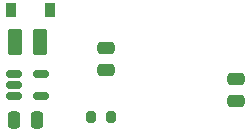
<source format=gbr>
%TF.GenerationSoftware,KiCad,Pcbnew,6.0.5+dfsg-1*%
%TF.CreationDate,2022-06-06T15:17:49+08:00*%
%TF.ProjectId,pcb-backbox,7063622d-6261-4636-9b62-6f782e6b6963,rev?*%
%TF.SameCoordinates,Original*%
%TF.FileFunction,Paste,Top*%
%TF.FilePolarity,Positive*%
%FSLAX46Y46*%
G04 Gerber Fmt 4.6, Leading zero omitted, Abs format (unit mm)*
G04 Created by KiCad (PCBNEW 6.0.5+dfsg-1) date 2022-06-06 15:17:49*
%MOMM*%
%LPD*%
G01*
G04 APERTURE LIST*
G04 Aperture macros list*
%AMRoundRect*
0 Rectangle with rounded corners*
0 $1 Rounding radius*
0 $2 $3 $4 $5 $6 $7 $8 $9 X,Y pos of 4 corners*
0 Add a 4 corners polygon primitive as box body*
4,1,4,$2,$3,$4,$5,$6,$7,$8,$9,$2,$3,0*
0 Add four circle primitives for the rounded corners*
1,1,$1+$1,$2,$3*
1,1,$1+$1,$4,$5*
1,1,$1+$1,$6,$7*
1,1,$1+$1,$8,$9*
0 Add four rect primitives between the rounded corners*
20,1,$1+$1,$2,$3,$4,$5,0*
20,1,$1+$1,$4,$5,$6,$7,0*
20,1,$1+$1,$6,$7,$8,$9,0*
20,1,$1+$1,$8,$9,$2,$3,0*%
G04 Aperture macros list end*
%ADD10RoundRect,0.250000X0.250000X0.475000X-0.250000X0.475000X-0.250000X-0.475000X0.250000X-0.475000X0*%
%ADD11RoundRect,0.250000X0.475000X-0.250000X0.475000X0.250000X-0.475000X0.250000X-0.475000X-0.250000X0*%
%ADD12RoundRect,0.150000X-0.512500X-0.150000X0.512500X-0.150000X0.512500X0.150000X-0.512500X0.150000X0*%
%ADD13RoundRect,0.250000X0.375000X0.850000X-0.375000X0.850000X-0.375000X-0.850000X0.375000X-0.850000X0*%
%ADD14RoundRect,0.200000X0.200000X0.275000X-0.200000X0.275000X-0.200000X-0.275000X0.200000X-0.275000X0*%
%ADD15R,0.900000X1.200000*%
G04 APERTURE END LIST*
D10*
%TO.C,C1*%
X125050000Y-98500000D03*
X123150000Y-98500000D03*
%TD*%
D11*
%TO.C,C3*%
X141950000Y-96900000D03*
X141950000Y-95000000D03*
%TD*%
%TO.C,C2*%
X130900000Y-94250000D03*
X130900000Y-92350000D03*
%TD*%
D12*
%TO.C,U1*%
X123112500Y-94550000D03*
X123112500Y-95500000D03*
X123112500Y-96450000D03*
X125387500Y-96450000D03*
X125387500Y-94550000D03*
%TD*%
D13*
%TO.C,L1*%
X125325000Y-91900000D03*
X123175000Y-91900000D03*
%TD*%
D14*
%TO.C,R1*%
X131325000Y-98200000D03*
X129675000Y-98200000D03*
%TD*%
D15*
%TO.C,D1*%
X126200000Y-89200000D03*
X122900000Y-89200000D03*
%TD*%
M02*

</source>
